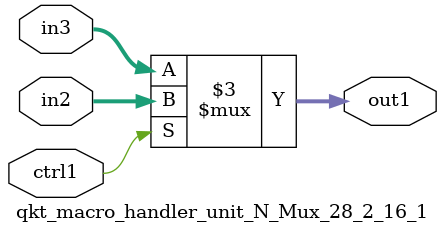
<source format=v>

`timescale 1ps / 1ps


module qkt_macro_handler_unit_N_Mux_28_2_16_1( in3, in2, ctrl1, out1 );

    input [27:0] in3;
    input [27:0] in2;
    input ctrl1;
    output [27:0] out1;
    reg [27:0] out1;

    
    // rtl_process:qkt_macro_handler_unit_N_Mux_28_2_16_1/qkt_macro_handler_unit_N_Mux_28_2_16_1_thread_1
    always @*
      begin : qkt_macro_handler_unit_N_Mux_28_2_16_1_thread_1
        case (ctrl1) 
          1'b1: 
            begin
              out1 = in2;
            end
          default: 
            begin
              out1 = in3;
            end
        endcase
      end

endmodule



</source>
